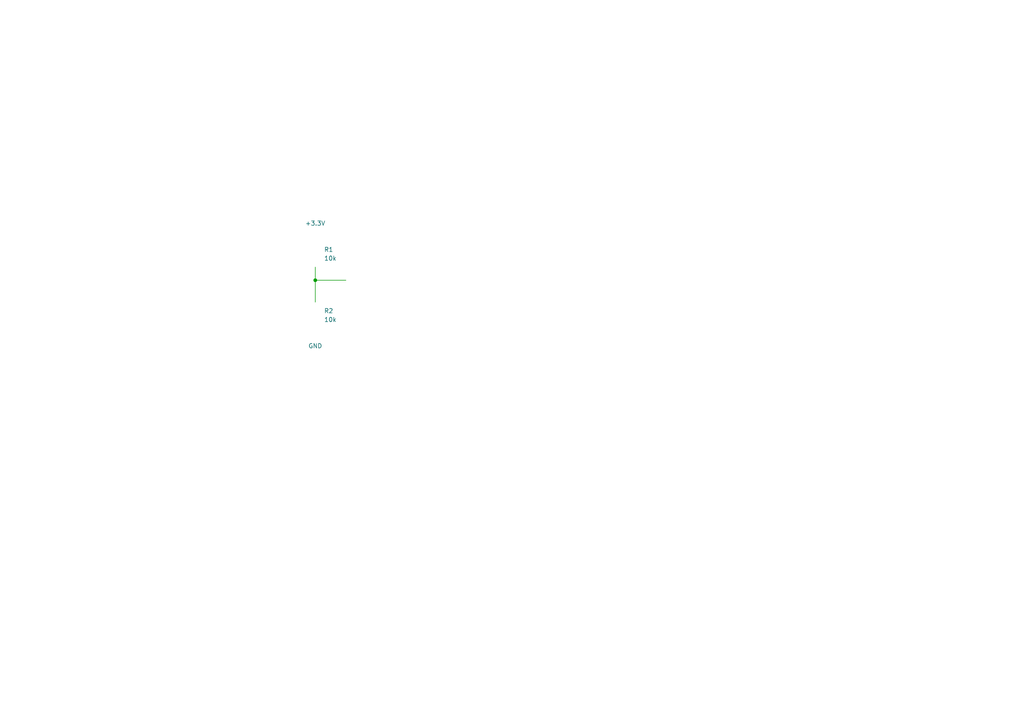
<source format=kicad_sch>
(kicad_sch (version 20250114) (generator "eeschema") (generator_version "9.0")
  (paper "A4")
  (title_block (title "Resistor Divider"))
  (lib_symbols
    (symbol "+3.3V" (power) (pin_numbers (hide yes)) (pin_names (offset 0) (hide yes))
      (property "Value" "+3.3V" (at 0 3.556 0))
      (symbol "+3.3V_0_1"
        (polyline (pts (xy -0.762 1.27) (xy 0 2.54)))
        (polyline (pts (xy 0 2.54) (xy 0.762 1.27)))
        (polyline (pts (xy 0 0) (xy 0 2.54)))
      )
      (symbol "+3.3V_1_1"
        (pin power_in line (at 0 0 90) (length 0) (name "~") (number "1"))
      )
    )
    (symbol "GND" (power) (pin_numbers (hide yes)) (pin_names (offset 0) (hide yes))
      (property "Value" "GND" (at 0 -3.81 0))
      (symbol "GND_0_1"
        (polyline (pts (xy 0 0) (xy 0 -1.27) (xy 1.27 -1.27) (xy 0 -2.54) (xy -1.27 -1.27) (xy 0 -1.27)))
      )
      (symbol "GND_1_1"
        (pin power_in line (at 0 0 270) (length 0) (name "~") (number "1"))
      )
    )
    (symbol "R" (pin_numbers (hide yes)) (pin_names (offset 0))
      (property "Reference" "R" (at 2.032 0 90))
      (property "Value" "R" (at 0 0 90))
      (symbol "R_0_1"
        (rectangle (start -1.016 -2.54) (end 1.016 2.54) (stroke (width 0.254)))
      )
      (symbol "R_1_1"
        (pin passive line (at 0 3.81 270) (length 1.27) (name "~") (number "1"))
        (pin passive line (at 0 -3.81 90) (length 1.27) (name "~") (number "2"))
      )
    )
  )
  (symbol (lib_id "power:+3.3V") (at 91.44 69.85 0) (unit 1)
    (property "Reference" "#PWR02" (effects (hide yes)))
    (property "Value" "+3.3V" (at 91.44 64.77 0))
    (property "description" "Power symbol creates a global label with name +3.3V" (effects (hide yes)))
  )
  (symbol (lib_id "power:GND") (at 91.44 95.25 0) (unit 1)
    (property "Reference" "#PWR01" (effects (hide yes)))
    (property "Value" "GND" (at 91.44 100.33 0))
    (property "description" "Power symbol creates a global label with name GND, ground" (effects (hide yes)))
  )
  (symbol (lib_id "Device:R") (at 91.44 73.66 0) (unit 1)
    (property "Reference" "R1" (at 93.98 72.3899 0) (effects (justify left)))
    (property "Value" "10k" (at 93.98 74.9299 0) (effects (justify left)))
    (property "Footprint" "Resistor_SMD:R_0603_1608Metric" (effects (hide yes)))
    (property "description" "Resistor" (effects (hide yes)))
  )
  (symbol (lib_id "Device:R") (at 91.44 91.44 0) (unit 1)
    (property "Reference" "R2" (at 93.98 90.1699 0) (effects (justify left)))
    (property "Value" "10k" (at 93.98 92.7099 0) (effects (justify left)))
    (property "Footprint" "Resistor_SMD:R_0603_1608Metric" (effects (hide yes)))
    (property "description" "Resistor" (effects (hide yes)))
  )
  (wire (pts (xy 100.33 81.28) (xy 91.44 81.28)))
  (wire (pts (xy 91.44 81.28) (xy 91.44 77.47)))
  (wire (pts (xy 91.44 87.63) (xy 91.44 81.28)))
  (junction (at 91.44 81.28))
)
</source>
